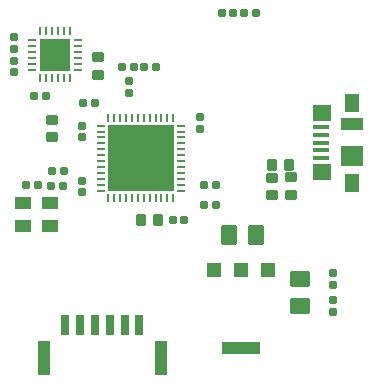
<source format=gbr>
%TF.GenerationSoftware,Altium Limited,Altium Designer,24.6.1 (21)*%
G04 Layer_Color=8421504*
%FSLAX45Y45*%
%MOMM*%
%TF.SameCoordinates,4B1D9C49-5ED8-45E5-B71D-261F0C762659*%
%TF.FilePolarity,Positive*%
%TF.FileFunction,Paste,Top*%
%TF.Part,Single*%
G01*
G75*
%TA.AperFunction,ConnectorPad*%
%ADD11R,1.00000X2.90000*%
%ADD12R,0.65000X1.70000*%
%TA.AperFunction,SMDPad,CuDef*%
G04:AMPARAMS|DCode=13|XSize=0.8mm|YSize=1mm|CornerRadius=0.1mm|HoleSize=0mm|Usage=FLASHONLY|Rotation=90.000|XOffset=0mm|YOffset=0mm|HoleType=Round|Shape=RoundedRectangle|*
%AMROUNDEDRECTD13*
21,1,0.80000,0.80000,0,0,90.0*
21,1,0.60000,1.00000,0,0,90.0*
1,1,0.20000,0.40000,0.30000*
1,1,0.20000,0.40000,-0.30000*
1,1,0.20000,-0.40000,-0.30000*
1,1,0.20000,-0.40000,0.30000*
%
%ADD13ROUNDEDRECTD13*%
%ADD14R,0.25000X0.80000*%
%ADD15R,0.80000X0.25000*%
%ADD16R,2.60000X2.70000*%
G04:AMPARAMS|DCode=17|XSize=0.6mm|YSize=0.7mm|CornerRadius=0.075mm|HoleSize=0mm|Usage=FLASHONLY|Rotation=270.000|XOffset=0mm|YOffset=0mm|HoleType=Round|Shape=RoundedRectangle|*
%AMROUNDEDRECTD17*
21,1,0.60000,0.55000,0,0,270.0*
21,1,0.45000,0.70000,0,0,270.0*
1,1,0.15000,-0.27500,-0.22500*
1,1,0.15000,-0.27500,0.22500*
1,1,0.15000,0.27500,0.22500*
1,1,0.15000,0.27500,-0.22500*
%
%ADD17ROUNDEDRECTD17*%
G04:AMPARAMS|DCode=18|XSize=0.6mm|YSize=0.7mm|CornerRadius=0.075mm|HoleSize=0mm|Usage=FLASHONLY|Rotation=180.000|XOffset=0mm|YOffset=0mm|HoleType=Round|Shape=RoundedRectangle|*
%AMROUNDEDRECTD18*
21,1,0.60000,0.55000,0,0,180.0*
21,1,0.45000,0.70000,0,0,180.0*
1,1,0.15000,-0.22500,0.27500*
1,1,0.15000,0.22500,0.27500*
1,1,0.15000,0.22500,-0.27500*
1,1,0.15000,-0.22500,-0.27500*
%
%ADD18ROUNDEDRECTD18*%
%TA.AperFunction,ConnectorPad*%
%ADD19R,1.30000X1.65000*%
%ADD20R,1.90000X1.80000*%
%ADD21R,1.90000X1.00000*%
%ADD22R,1.55000X1.42500*%
%ADD23R,1.38000X0.45000*%
%TA.AperFunction,SMDPad,CuDef*%
G04:AMPARAMS|DCode=24|XSize=0.8mm|YSize=1mm|CornerRadius=0.1mm|HoleSize=0mm|Usage=FLASHONLY|Rotation=180.000|XOffset=0mm|YOffset=0mm|HoleType=Round|Shape=RoundedRectangle|*
%AMROUNDEDRECTD24*
21,1,0.80000,0.80000,0,0,180.0*
21,1,0.60000,1.00000,0,0,180.0*
1,1,0.20000,-0.30000,0.40000*
1,1,0.20000,0.30000,0.40000*
1,1,0.20000,0.30000,-0.40000*
1,1,0.20000,-0.30000,-0.40000*
%
%ADD24ROUNDEDRECTD24*%
%ADD25R,1.25000X1.25000*%
%ADD26R,5.60000X5.60000*%
%ADD27O,0.25000X0.80000*%
%ADD28O,0.80000X0.25000*%
%ADD29R,3.18213X1.00429*%
G04:AMPARAMS|DCode=30|XSize=1.4mm|YSize=1.7mm|CornerRadius=0.175mm|HoleSize=0mm|Usage=FLASHONLY|Rotation=270.000|XOffset=0mm|YOffset=0mm|HoleType=Round|Shape=RoundedRectangle|*
%AMROUNDEDRECTD30*
21,1,1.40000,1.35000,0,0,270.0*
21,1,1.05000,1.70000,0,0,270.0*
1,1,0.35000,-0.67500,-0.52500*
1,1,0.35000,-0.67500,0.52500*
1,1,0.35000,0.67500,0.52500*
1,1,0.35000,0.67500,-0.52500*
%
%ADD30ROUNDEDRECTD30*%
G04:AMPARAMS|DCode=31|XSize=1.4mm|YSize=1.7mm|CornerRadius=0.175mm|HoleSize=0mm|Usage=FLASHONLY|Rotation=180.000|XOffset=0mm|YOffset=0mm|HoleType=Round|Shape=RoundedRectangle|*
%AMROUNDEDRECTD31*
21,1,1.40000,1.35000,0,0,180.0*
21,1,1.05000,1.70000,0,0,180.0*
1,1,0.35000,-0.52500,0.67500*
1,1,0.35000,0.52500,0.67500*
1,1,0.35000,0.52500,-0.67500*
1,1,0.35000,-0.52500,-0.67500*
%
%ADD31ROUNDEDRECTD31*%
G04:AMPARAMS|DCode=32|XSize=1.3mm|YSize=1.1mm|CornerRadius=0.055mm|HoleSize=0mm|Usage=FLASHONLY|Rotation=0.000|XOffset=0mm|YOffset=0mm|HoleType=Round|Shape=RoundedRectangle|*
%AMROUNDEDRECTD32*
21,1,1.30000,0.99000,0,0,0.0*
21,1,1.19000,1.10000,0,0,0.0*
1,1,0.11000,0.59500,-0.49500*
1,1,0.11000,-0.59500,-0.49500*
1,1,0.11000,-0.59500,0.49500*
1,1,0.11000,0.59500,0.49500*
%
%ADD32ROUNDEDRECTD32*%
D11*
X9797500Y6210000D02*
D03*
X8802500D02*
D03*
D12*
X9612500Y6490000D02*
D03*
X9237500D02*
D03*
X9487500D02*
D03*
X9362500D02*
D03*
X9112500D02*
D03*
X8987500D02*
D03*
D13*
X9260000Y8755000D02*
D03*
Y8605000D02*
D03*
X10737500Y7585000D02*
D03*
Y7735000D02*
D03*
X10897500Y7590000D02*
D03*
Y7740000D02*
D03*
X8875000Y8075000D02*
D03*
Y8225000D02*
D03*
D14*
X9025000Y8975000D02*
D03*
X8975000D02*
D03*
X8925000D02*
D03*
X8875000D02*
D03*
X8825000D02*
D03*
X8775000D02*
D03*
X9025000Y8575000D02*
D03*
X8975000D02*
D03*
X8925000D02*
D03*
X8875000D02*
D03*
X8825000D02*
D03*
X8775000D02*
D03*
D15*
X8702500Y8900000D02*
D03*
Y8850000D02*
D03*
Y8800000D02*
D03*
Y8750000D02*
D03*
Y8700000D02*
D03*
Y8650000D02*
D03*
X9097500Y8900000D02*
D03*
Y8850000D02*
D03*
Y8800000D02*
D03*
Y8750000D02*
D03*
Y8700000D02*
D03*
Y8650000D02*
D03*
D16*
X8900000Y8775000D02*
D03*
D17*
X9525000Y8550000D02*
D03*
Y8450000D02*
D03*
X8550000Y8825000D02*
D03*
Y8925000D02*
D03*
Y8625000D02*
D03*
Y8725000D02*
D03*
X10125000Y8250000D02*
D03*
Y8150000D02*
D03*
X9125000Y8175000D02*
D03*
Y8075000D02*
D03*
X9130000Y7610000D02*
D03*
Y7710000D02*
D03*
X11250000Y6600000D02*
D03*
Y6700000D02*
D03*
Y6825000D02*
D03*
Y6925000D02*
D03*
D18*
X9570000Y8675000D02*
D03*
X9470000D02*
D03*
X9650000D02*
D03*
X9750000D02*
D03*
X9240000Y8370000D02*
D03*
X9140000D02*
D03*
X9995000Y7375000D02*
D03*
X9895000D02*
D03*
X8725000Y8425000D02*
D03*
X8825000D02*
D03*
X10260000Y7500000D02*
D03*
X10160000D02*
D03*
X10260000Y7675000D02*
D03*
X10160000D02*
D03*
X10600000Y9125000D02*
D03*
X10500000D02*
D03*
X8977500Y7790000D02*
D03*
X8877500D02*
D03*
X10410000Y9125000D02*
D03*
X10310000D02*
D03*
X8867500Y7665000D02*
D03*
X8967500D02*
D03*
X8752500Y7670000D02*
D03*
X8652500D02*
D03*
D19*
X11416000Y7692500D02*
D03*
Y8367500D02*
D03*
D20*
Y7915000D02*
D03*
D21*
Y8185000D02*
D03*
D22*
X11158500Y7781250D02*
D03*
Y8278750D02*
D03*
D23*
X11150000Y7900000D02*
D03*
Y7965000D02*
D03*
Y8030000D02*
D03*
Y8095000D02*
D03*
Y8160000D02*
D03*
D24*
X10732500Y7845000D02*
D03*
X10882500D02*
D03*
X9625000Y7375000D02*
D03*
X9775000D02*
D03*
D25*
X10700000Y6950000D02*
D03*
X10471000D02*
D03*
X10242000D02*
D03*
D26*
X9625000Y7900000D02*
D03*
D27*
X9350000Y8240000D02*
D03*
X9400000D02*
D03*
X9450000D02*
D03*
X9500000D02*
D03*
X9550000D02*
D03*
X9600000D02*
D03*
X9650000D02*
D03*
X9700000D02*
D03*
X9750000D02*
D03*
X9800000D02*
D03*
X9850000D02*
D03*
X9900000D02*
D03*
Y7560000D02*
D03*
X9850000D02*
D03*
X9800000D02*
D03*
X9750000D02*
D03*
X9700000D02*
D03*
X9650000D02*
D03*
X9600000D02*
D03*
X9550000D02*
D03*
X9500000D02*
D03*
X9450000D02*
D03*
X9400000D02*
D03*
X9350000D02*
D03*
D28*
X9965000Y8175000D02*
D03*
Y8125000D02*
D03*
Y8075000D02*
D03*
Y8025000D02*
D03*
Y7975000D02*
D03*
Y7925000D02*
D03*
Y7875000D02*
D03*
Y7825000D02*
D03*
Y7775000D02*
D03*
Y7725000D02*
D03*
Y7675000D02*
D03*
Y7625000D02*
D03*
X9285000D02*
D03*
Y7675000D02*
D03*
Y7725000D02*
D03*
Y7775000D02*
D03*
Y7825000D02*
D03*
Y7875000D02*
D03*
Y7925000D02*
D03*
Y7975000D02*
D03*
Y8025000D02*
D03*
Y8075000D02*
D03*
Y8125000D02*
D03*
Y8175000D02*
D03*
D29*
X10471000Y6291000D02*
D03*
D30*
X10975000Y6878600D02*
D03*
Y6650000D02*
D03*
D31*
X10600000Y7250000D02*
D03*
X10371400D02*
D03*
D32*
X8855000Y7327500D02*
D03*
Y7517500D02*
D03*
X8625000Y7327500D02*
D03*
Y7517500D02*
D03*
%TF.MD5,17eedae190220993b9dd5d85de4bec40*%
M02*

</source>
